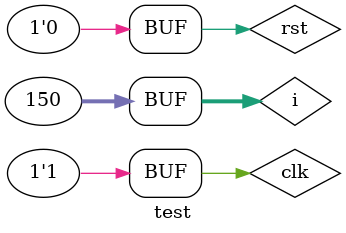
<source format=v>
`timescale 1ns / 1ps


module test();
reg clk, rst;
integer i;
//wire [31:0]  PC_curr;
//wire RegWrite; 
//wire [31:0] writedata;
RISCV R1(clk,  rst);

    parameter PERIOD = 2;
 initial begin
      clk = 1'b0;
      rst = 1'b0;
      #(PERIOD/2);
      
       clk = 1'b1;
       rst = 1'b1;
      #(PERIOD/2);
      
       clk = 1'b1;
       rst = 1'b0;
       #(PERIOD/2);
       
               for (i=0; i<150; i=i+1)
         #(PERIOD/2) clk = ~clk;
     end 
endmodule

</source>
